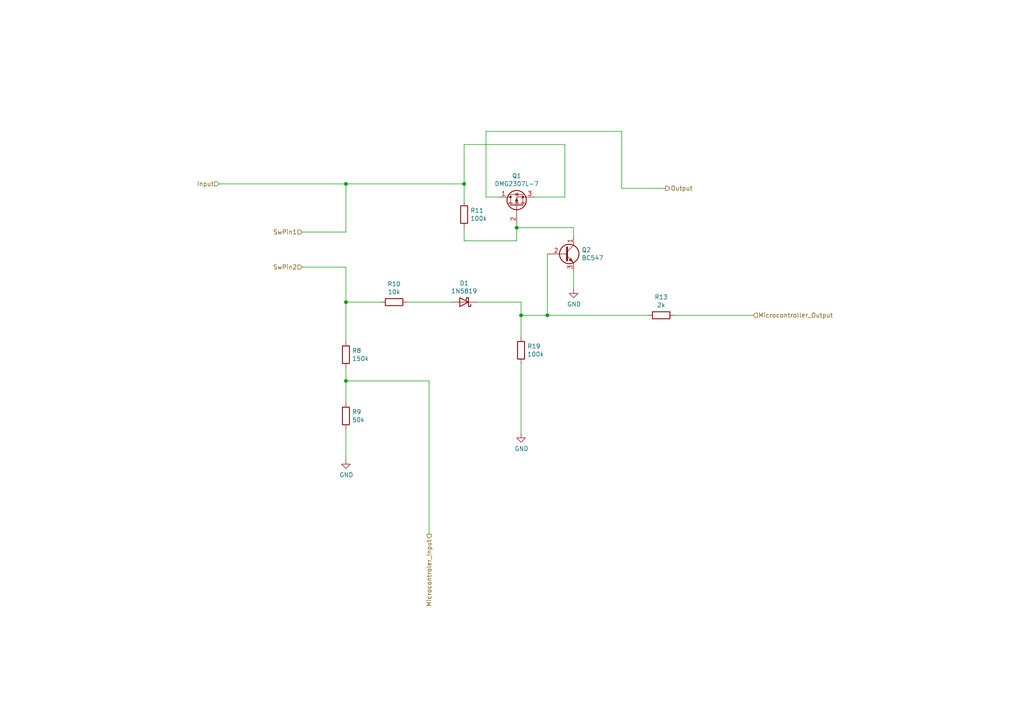
<source format=kicad_sch>
(kicad_sch (version 20210621) (generator eeschema)

  (uuid a464afd2-61da-4c15-9a80-f4a9238fc6d5)

  (paper "A4")

  (title_block
    (title "Hold_switch")
    (date "2021-08-05")
    (rev "v01")
    (comment 3 "Author: Harshit Sagar")
  )

  (lib_symbols
    (symbol "Device:D_Schottky" (pin_numbers hide) (pin_names (offset 1.016) hide) (in_bom yes) (on_board yes)
      (property "Reference" "D" (id 0) (at 0 2.54 0)
        (effects (font (size 1.27 1.27)))
      )
      (property "Value" "D_Schottky" (id 1) (at 0 -2.54 0)
        (effects (font (size 1.27 1.27)))
      )
      (property "Footprint" "" (id 2) (at 0 0 0)
        (effects (font (size 1.27 1.27)) hide)
      )
      (property "Datasheet" "~" (id 3) (at 0 0 0)
        (effects (font (size 1.27 1.27)) hide)
      )
      (property "ki_keywords" "diode Schottky" (id 4) (at 0 0 0)
        (effects (font (size 1.27 1.27)) hide)
      )
      (property "ki_description" "Schottky diode" (id 5) (at 0 0 0)
        (effects (font (size 1.27 1.27)) hide)
      )
      (property "ki_fp_filters" "TO-???* *_Diode_* *SingleDiode* D_*" (id 6) (at 0 0 0)
        (effects (font (size 1.27 1.27)) hide)
      )
      (symbol "D_Schottky_0_1"
        (polyline
          (pts
            (xy 1.27 0)
            (xy -1.27 0)
          )
          (stroke (width 0)) (fill (type none))
        )
        (polyline
          (pts
            (xy 1.27 1.27)
            (xy 1.27 -1.27)
            (xy -1.27 0)
            (xy 1.27 1.27)
          )
          (stroke (width 0.254)) (fill (type none))
        )
        (polyline
          (pts
            (xy -1.905 0.635)
            (xy -1.905 1.27)
            (xy -1.27 1.27)
            (xy -1.27 -1.27)
            (xy -0.635 -1.27)
            (xy -0.635 -0.635)
          )
          (stroke (width 0.254)) (fill (type none))
        )
      )
      (symbol "D_Schottky_1_1"
        (pin passive line (at -3.81 0 0) (length 2.54)
          (name "K" (effects (font (size 1.27 1.27))))
          (number "1" (effects (font (size 1.27 1.27))))
        )
        (pin passive line (at 3.81 0 180) (length 2.54)
          (name "A" (effects (font (size 1.27 1.27))))
          (number "2" (effects (font (size 1.27 1.27))))
        )
      )
    )
    (symbol "Device:Q_PMOS_DGS" (pin_names (offset 0) hide) (in_bom yes) (on_board yes)
      (property "Reference" "Q" (id 0) (at 5.08 1.27 0)
        (effects (font (size 1.27 1.27)) (justify left))
      )
      (property "Value" "Q_PMOS_DGS" (id 1) (at 5.08 -1.27 0)
        (effects (font (size 1.27 1.27)) (justify left))
      )
      (property "Footprint" "" (id 2) (at 5.08 2.54 0)
        (effects (font (size 1.27 1.27)) hide)
      )
      (property "Datasheet" "~" (id 3) (at 0 0 0)
        (effects (font (size 1.27 1.27)) hide)
      )
      (property "ki_keywords" "transistor PMOS P-MOS P-MOSFET" (id 4) (at 0 0 0)
        (effects (font (size 1.27 1.27)) hide)
      )
      (property "ki_description" "P-MOSFET transistor, drain/gate/source" (id 5) (at 0 0 0)
        (effects (font (size 1.27 1.27)) hide)
      )
      (symbol "Q_PMOS_DGS_0_1"
        (circle (center 1.651 0) (radius 2.794) (stroke (width 0.254)) (fill (type none)))
        (circle (center 2.54 -1.778) (radius 0.254) (stroke (width 0)) (fill (type outline)))
        (circle (center 2.54 1.778) (radius 0.254) (stroke (width 0)) (fill (type outline)))
        (polyline
          (pts
            (xy 0.254 0)
            (xy -2.54 0)
          )
          (stroke (width 0)) (fill (type none))
        )
        (polyline
          (pts
            (xy 0.254 1.905)
            (xy 0.254 -1.905)
          )
          (stroke (width 0.254)) (fill (type none))
        )
        (polyline
          (pts
            (xy 0.762 -1.27)
            (xy 0.762 -2.286)
          )
          (stroke (width 0.254)) (fill (type none))
        )
        (polyline
          (pts
            (xy 0.762 0.508)
            (xy 0.762 -0.508)
          )
          (stroke (width 0.254)) (fill (type none))
        )
        (polyline
          (pts
            (xy 0.762 2.286)
            (xy 0.762 1.27)
          )
          (stroke (width 0.254)) (fill (type none))
        )
        (polyline
          (pts
            (xy 2.54 2.54)
            (xy 2.54 1.778)
          )
          (stroke (width 0)) (fill (type none))
        )
        (polyline
          (pts
            (xy 2.54 -2.54)
            (xy 2.54 0)
            (xy 0.762 0)
          )
          (stroke (width 0)) (fill (type none))
        )
        (polyline
          (pts
            (xy 0.762 1.778)
            (xy 3.302 1.778)
            (xy 3.302 -1.778)
            (xy 0.762 -1.778)
          )
          (stroke (width 0)) (fill (type none))
        )
        (polyline
          (pts
            (xy 2.794 -0.508)
            (xy 2.921 -0.381)
            (xy 3.683 -0.381)
            (xy 3.81 -0.254)
          )
          (stroke (width 0)) (fill (type none))
        )
        (polyline
          (pts
            (xy 3.302 -0.381)
            (xy 2.921 0.254)
            (xy 3.683 0.254)
            (xy 3.302 -0.381)
          )
          (stroke (width 0)) (fill (type none))
        )
        (polyline
          (pts
            (xy 2.286 0)
            (xy 1.27 0.381)
            (xy 1.27 -0.381)
            (xy 2.286 0)
          )
          (stroke (width 0)) (fill (type outline))
        )
      )
      (symbol "Q_PMOS_DGS_1_1"
        (pin passive line (at 2.54 5.08 270) (length 2.54)
          (name "D" (effects (font (size 1.27 1.27))))
          (number "1" (effects (font (size 1.27 1.27))))
        )
        (pin input line (at -5.08 0 0) (length 2.54)
          (name "G" (effects (font (size 1.27 1.27))))
          (number "2" (effects (font (size 1.27 1.27))))
        )
        (pin passive line (at 2.54 -5.08 90) (length 2.54)
          (name "S" (effects (font (size 1.27 1.27))))
          (number "3" (effects (font (size 1.27 1.27))))
        )
      )
    )
    (symbol "Device:R" (pin_numbers hide) (pin_names (offset 0)) (in_bom yes) (on_board yes)
      (property "Reference" "R" (id 0) (at 2.032 0 90)
        (effects (font (size 1.27 1.27)))
      )
      (property "Value" "R" (id 1) (at 0 0 90)
        (effects (font (size 1.27 1.27)))
      )
      (property "Footprint" "" (id 2) (at -1.778 0 90)
        (effects (font (size 1.27 1.27)) hide)
      )
      (property "Datasheet" "~" (id 3) (at 0 0 0)
        (effects (font (size 1.27 1.27)) hide)
      )
      (property "ki_keywords" "R res resistor" (id 4) (at 0 0 0)
        (effects (font (size 1.27 1.27)) hide)
      )
      (property "ki_description" "Resistor" (id 5) (at 0 0 0)
        (effects (font (size 1.27 1.27)) hide)
      )
      (property "ki_fp_filters" "R_*" (id 6) (at 0 0 0)
        (effects (font (size 1.27 1.27)) hide)
      )
      (symbol "R_0_1"
        (rectangle (start -1.016 -2.54) (end 1.016 2.54)
          (stroke (width 0.254)) (fill (type none))
        )
      )
      (symbol "R_1_1"
        (pin passive line (at 0 3.81 270) (length 1.27)
          (name "~" (effects (font (size 1.27 1.27))))
          (number "1" (effects (font (size 1.27 1.27))))
        )
        (pin passive line (at 0 -3.81 90) (length 1.27)
          (name "~" (effects (font (size 1.27 1.27))))
          (number "2" (effects (font (size 1.27 1.27))))
        )
      )
    )
    (symbol "Transistor_BJT:BC547" (pin_names (offset 0) hide) (in_bom yes) (on_board yes)
      (property "Reference" "Q" (id 0) (at 5.08 1.905 0)
        (effects (font (size 1.27 1.27)) (justify left))
      )
      (property "Value" "BC547" (id 1) (at 5.08 0 0)
        (effects (font (size 1.27 1.27)) (justify left))
      )
      (property "Footprint" "Package_TO_SOT_THT:TO-92_Inline" (id 2) (at 5.08 -1.905 0)
        (effects (font (size 1.27 1.27) italic) (justify left) hide)
      )
      (property "Datasheet" "https://www.onsemi.com/pub/Collateral/BC550-D.pdf" (id 3) (at 0 0 0)
        (effects (font (size 1.27 1.27)) (justify left) hide)
      )
      (property "ki_keywords" "NPN Transistor" (id 4) (at 0 0 0)
        (effects (font (size 1.27 1.27)) hide)
      )
      (property "ki_description" "0.1A Ic, 45V Vce, Small Signal NPN Transistor, TO-92" (id 5) (at 0 0 0)
        (effects (font (size 1.27 1.27)) hide)
      )
      (property "ki_fp_filters" "TO?92*" (id 6) (at 0 0 0)
        (effects (font (size 1.27 1.27)) hide)
      )
      (symbol "BC547_0_1"
        (circle (center 1.27 0) (radius 2.8194) (stroke (width 0.254)) (fill (type none)))
        (polyline
          (pts
            (xy 0 0)
            (xy 0.635 0)
          )
          (stroke (width 0)) (fill (type none))
        )
        (polyline
          (pts
            (xy 0.635 0.635)
            (xy 2.54 2.54)
          )
          (stroke (width 0)) (fill (type none))
        )
        (polyline
          (pts
            (xy 0.635 -0.635)
            (xy 2.54 -2.54)
            (xy 2.54 -2.54)
          )
          (stroke (width 0)) (fill (type none))
        )
        (polyline
          (pts
            (xy 0.635 1.905)
            (xy 0.635 -1.905)
            (xy 0.635 -1.905)
          )
          (stroke (width 0.508)) (fill (type none))
        )
        (polyline
          (pts
            (xy 1.27 -1.778)
            (xy 1.778 -1.27)
            (xy 2.286 -2.286)
            (xy 1.27 -1.778)
            (xy 1.27 -1.778)
          )
          (stroke (width 0)) (fill (type outline))
        )
      )
      (symbol "BC547_1_1"
        (pin passive line (at 2.54 5.08 270) (length 2.54)
          (name "C" (effects (font (size 1.27 1.27))))
          (number "1" (effects (font (size 1.27 1.27))))
        )
        (pin input line (at -5.08 0 0) (length 5.08)
          (name "B" (effects (font (size 1.27 1.27))))
          (number "2" (effects (font (size 1.27 1.27))))
        )
        (pin passive line (at 2.54 -5.08 90) (length 2.54)
          (name "E" (effects (font (size 1.27 1.27))))
          (number "3" (effects (font (size 1.27 1.27))))
        )
      )
    )
    (symbol "power:GND" (power) (pin_names (offset 0)) (in_bom yes) (on_board yes)
      (property "Reference" "#PWR" (id 0) (at 0 -6.35 0)
        (effects (font (size 1.27 1.27)) hide)
      )
      (property "Value" "GND" (id 1) (at 0 -3.81 0)
        (effects (font (size 1.27 1.27)))
      )
      (property "Footprint" "" (id 2) (at 0 0 0)
        (effects (font (size 1.27 1.27)) hide)
      )
      (property "Datasheet" "" (id 3) (at 0 0 0)
        (effects (font (size 1.27 1.27)) hide)
      )
      (property "ki_keywords" "power-flag" (id 4) (at 0 0 0)
        (effects (font (size 1.27 1.27)) hide)
      )
      (property "ki_description" "Power symbol creates a global label with name \"GND\" , ground" (id 5) (at 0 0 0)
        (effects (font (size 1.27 1.27)) hide)
      )
      (symbol "GND_0_1"
        (polyline
          (pts
            (xy 0 0)
            (xy 0 -1.27)
            (xy 1.27 -1.27)
            (xy 0 -2.54)
            (xy -1.27 -1.27)
            (xy 0 -1.27)
          )
          (stroke (width 0)) (fill (type none))
        )
      )
      (symbol "GND_1_1"
        (pin power_in line (at 0 0 270) (length 0) hide
          (name "GND" (effects (font (size 1.27 1.27))))
          (number "1" (effects (font (size 1.27 1.27))))
        )
      )
    )
  )

  (junction (at 100.33 53.34) (diameter 0.9144) (color 0 0 0 0))
  (junction (at 100.33 87.63) (diameter 0.9144) (color 0 0 0 0))
  (junction (at 100.33 110.49) (diameter 0.9144) (color 0 0 0 0))
  (junction (at 134.62 53.34) (diameter 0.9144) (color 0 0 0 0))
  (junction (at 149.86 66.04) (diameter 0.9144) (color 0 0 0 0))
  (junction (at 151.13 91.44) (diameter 0.9144) (color 0 0 0 0))
  (junction (at 158.75 91.44) (diameter 0.9144) (color 0 0 0 0))

  (wire (pts (xy 63.5 53.34) (xy 100.33 53.34))
    (stroke (width 0) (type solid) (color 0 0 0 0))
    (uuid 2dc0aefc-4411-4615-95ec-321eda84651c)
  )
  (wire (pts (xy 87.63 67.31) (xy 100.33 67.31))
    (stroke (width 0) (type solid) (color 0 0 0 0))
    (uuid 82f9582e-ed5f-4b19-b61c-61829d89f904)
  )
  (wire (pts (xy 87.63 77.47) (xy 100.33 77.47))
    (stroke (width 0) (type solid) (color 0 0 0 0))
    (uuid aab9dcc2-cc3f-4375-9a08-9e511b9f9a57)
  )
  (wire (pts (xy 100.33 67.31) (xy 100.33 53.34))
    (stroke (width 0) (type solid) (color 0 0 0 0))
    (uuid e69e3089-65d1-432d-9e9d-7b3ec88f3f7d)
  )
  (wire (pts (xy 100.33 87.63) (xy 100.33 77.47))
    (stroke (width 0) (type solid) (color 0 0 0 0))
    (uuid 93fb11e9-8fd3-4118-8908-cfa344381783)
  )
  (wire (pts (xy 100.33 87.63) (xy 100.33 99.06))
    (stroke (width 0) (type solid) (color 0 0 0 0))
    (uuid 24dca291-4126-43f2-9698-245ef7edebc0)
  )
  (wire (pts (xy 100.33 106.68) (xy 100.33 110.49))
    (stroke (width 0) (type solid) (color 0 0 0 0))
    (uuid fa130570-2b4c-4cd8-89ad-085fce16ba78)
  )
  (wire (pts (xy 100.33 110.49) (xy 100.33 116.84))
    (stroke (width 0) (type solid) (color 0 0 0 0))
    (uuid fce7c6ca-ac6f-44de-8041-951a664ff5b2)
  )
  (wire (pts (xy 100.33 110.49) (xy 124.46 110.49))
    (stroke (width 0) (type solid) (color 0 0 0 0))
    (uuid 55319818-fad8-4895-92eb-13ac64e23e98)
  )
  (wire (pts (xy 100.33 124.46) (xy 100.33 133.35))
    (stroke (width 0) (type solid) (color 0 0 0 0))
    (uuid 1d570516-61cc-488a-8542-4a85708e267c)
  )
  (wire (pts (xy 110.49 87.63) (xy 100.33 87.63))
    (stroke (width 0) (type solid) (color 0 0 0 0))
    (uuid 2e2e1c9f-d446-4a62-8f1c-1ee17b2adbca)
  )
  (wire (pts (xy 118.11 87.63) (xy 130.81 87.63))
    (stroke (width 0) (type solid) (color 0 0 0 0))
    (uuid c3ebf4fe-3fa2-4a82-8eb4-a496ffb97545)
  )
  (wire (pts (xy 124.46 110.49) (xy 124.46 154.94))
    (stroke (width 0) (type solid) (color 0 0 0 0))
    (uuid 3fa8dab0-3928-4f39-a6f4-3c8a614cf62f)
  )
  (wire (pts (xy 134.62 41.91) (xy 163.83 41.91))
    (stroke (width 0) (type solid) (color 0 0 0 0))
    (uuid 0a2b1aab-c900-4648-afa0-608261ff2709)
  )
  (wire (pts (xy 134.62 53.34) (xy 100.33 53.34))
    (stroke (width 0) (type solid) (color 0 0 0 0))
    (uuid 05be344c-fcc0-4764-8535-533a9c0572e6)
  )
  (wire (pts (xy 134.62 53.34) (xy 134.62 41.91))
    (stroke (width 0) (type solid) (color 0 0 0 0))
    (uuid 1004997f-4c29-4cfc-a873-b9f095128e97)
  )
  (wire (pts (xy 134.62 58.42) (xy 134.62 53.34))
    (stroke (width 0) (type solid) (color 0 0 0 0))
    (uuid 98ae6360-aea6-4d01-b799-f0254c26a0bb)
  )
  (wire (pts (xy 134.62 66.04) (xy 134.62 69.85))
    (stroke (width 0) (type solid) (color 0 0 0 0))
    (uuid 41b93cef-613e-4147-8c95-0daa817985fe)
  )
  (wire (pts (xy 134.62 69.85) (xy 149.86 69.85))
    (stroke (width 0) (type solid) (color 0 0 0 0))
    (uuid 2b320c09-b95a-4291-a48a-7dc98a9eb997)
  )
  (wire (pts (xy 138.43 87.63) (xy 151.13 87.63))
    (stroke (width 0) (type solid) (color 0 0 0 0))
    (uuid 2c77f418-5352-404b-a30f-1b0592075bcb)
  )
  (wire (pts (xy 140.97 38.1) (xy 180.34 38.1))
    (stroke (width 0) (type solid) (color 0 0 0 0))
    (uuid d6cfecf7-da3c-43b1-bb22-172bc75fdde0)
  )
  (wire (pts (xy 140.97 57.15) (xy 140.97 38.1))
    (stroke (width 0) (type solid) (color 0 0 0 0))
    (uuid 0b99ab6a-30de-4bd0-9db3-0e62eb26978a)
  )
  (wire (pts (xy 144.78 57.15) (xy 140.97 57.15))
    (stroke (width 0) (type solid) (color 0 0 0 0))
    (uuid 241a7bef-9461-4e09-a756-4b908f1221ef)
  )
  (wire (pts (xy 149.86 64.77) (xy 149.86 66.04))
    (stroke (width 0) (type solid) (color 0 0 0 0))
    (uuid a0e8d6b5-ddfb-4f5f-989a-32d48f55747c)
  )
  (wire (pts (xy 149.86 66.04) (xy 166.37 66.04))
    (stroke (width 0) (type solid) (color 0 0 0 0))
    (uuid f50f73c7-7787-4647-b575-7dd8512cea2e)
  )
  (wire (pts (xy 149.86 69.85) (xy 149.86 66.04))
    (stroke (width 0) (type solid) (color 0 0 0 0))
    (uuid 9883e4cd-4ba0-43b6-a2ce-a30c6ae5686b)
  )
  (wire (pts (xy 151.13 87.63) (xy 151.13 91.44))
    (stroke (width 0) (type solid) (color 0 0 0 0))
    (uuid ff67e012-65ce-4e10-ad95-c7a02070a23a)
  )
  (wire (pts (xy 151.13 91.44) (xy 151.13 97.79))
    (stroke (width 0) (type solid) (color 0 0 0 0))
    (uuid 81f699a0-56de-42da-9131-79c37e70db62)
  )
  (wire (pts (xy 151.13 105.41) (xy 151.13 125.73))
    (stroke (width 0) (type solid) (color 0 0 0 0))
    (uuid ac817501-f2be-4ae1-a5c6-4c83e8a7be78)
  )
  (wire (pts (xy 158.75 73.66) (xy 158.75 91.44))
    (stroke (width 0) (type solid) (color 0 0 0 0))
    (uuid cbb91b08-7192-460b-bc3c-5b6a4a783dab)
  )
  (wire (pts (xy 158.75 91.44) (xy 151.13 91.44))
    (stroke (width 0) (type solid) (color 0 0 0 0))
    (uuid ccb8ee3d-bead-455e-8af7-5d1b0bc277a5)
  )
  (wire (pts (xy 163.83 41.91) (xy 163.83 57.15))
    (stroke (width 0) (type solid) (color 0 0 0 0))
    (uuid 8558da74-9b0e-484f-94f9-ee1b8966561b)
  )
  (wire (pts (xy 163.83 57.15) (xy 154.94 57.15))
    (stroke (width 0) (type solid) (color 0 0 0 0))
    (uuid 0ef32014-dcb2-4386-b8b2-3ba636c835af)
  )
  (wire (pts (xy 166.37 66.04) (xy 166.37 68.58))
    (stroke (width 0) (type solid) (color 0 0 0 0))
    (uuid a05383a0-7dd2-4fbb-a2f1-46ba8fb13015)
  )
  (wire (pts (xy 166.37 78.74) (xy 166.37 83.82))
    (stroke (width 0) (type solid) (color 0 0 0 0))
    (uuid 84f1221d-36e2-4b93-a857-0087d9a1c4e4)
  )
  (wire (pts (xy 180.34 38.1) (xy 180.34 54.61))
    (stroke (width 0) (type solid) (color 0 0 0 0))
    (uuid a01e44e8-6e99-424c-8e03-a8b57e23c8ec)
  )
  (wire (pts (xy 180.34 54.61) (xy 193.04 54.61))
    (stroke (width 0) (type solid) (color 0 0 0 0))
    (uuid 23da45b4-034f-46fe-bf5c-a63d7a629909)
  )
  (wire (pts (xy 187.96 91.44) (xy 158.75 91.44))
    (stroke (width 0) (type solid) (color 0 0 0 0))
    (uuid 0e894f51-ccaa-4a51-aa57-ad3ff8d892d2)
  )
  (wire (pts (xy 195.58 91.44) (xy 218.44 91.44))
    (stroke (width 0) (type solid) (color 0 0 0 0))
    (uuid b0f8f8fd-3840-4f63-98dc-540672799c55)
  )

  (hierarchical_label "Input" (shape input) (at 63.5 53.34 180)
    (effects (font (size 1.27 1.27)) (justify right))
    (uuid fb60fb5b-9a66-454c-b2bd-901747a3a7f7)
  )
  (hierarchical_label "SwPin1" (shape input) (at 87.63 67.31 180)
    (effects (font (size 1.27 1.27)) (justify right))
    (uuid 45a796c6-8bfb-41a0-874c-73cdd64bb290)
  )
  (hierarchical_label "SwPin2" (shape input) (at 87.63 77.47 180)
    (effects (font (size 1.27 1.27)) (justify right))
    (uuid bd0bacca-f7c4-4bce-9d7b-35a44b2bca99)
  )
  (hierarchical_label "Microcontroler_Input" (shape output) (at 124.46 154.94 270)
    (effects (font (size 1.27 1.27)) (justify right))
    (uuid bff4d29e-5995-428b-bec7-0f6cdb8cf411)
  )
  (hierarchical_label "Output" (shape output) (at 193.04 54.61 0)
    (effects (font (size 1.27 1.27)) (justify left))
    (uuid e0be507a-6b7c-44e1-b727-b3194ca87b85)
  )
  (hierarchical_label "Microcontroller_Output" (shape input) (at 218.44 91.44 0)
    (effects (font (size 1.27 1.27)) (justify left))
    (uuid ca56947b-dcb4-4228-b2ea-3b5bcebf5153)
  )

  (symbol (lib_id "power:GND") (at 100.33 133.35 0) (unit 1)
    (in_bom yes) (on_board yes)
    (uuid 00000000-0000-0000-0000-0000610c3c60)
    (property "Reference" "#PWR015" (id 0) (at 100.33 139.7 0)
      (effects (font (size 1.27 1.27)) hide)
    )
    (property "Value" "GND" (id 1) (at 100.457 137.7442 0))
    (property "Footprint" "" (id 2) (at 100.33 133.35 0)
      (effects (font (size 1.27 1.27)) hide)
    )
    (property "Datasheet" "" (id 3) (at 100.33 133.35 0)
      (effects (font (size 1.27 1.27)) hide)
    )
    (pin "1" (uuid 8589a5ff-aa42-45dd-a4aa-4acfc89686be))
  )

  (symbol (lib_id "power:GND") (at 151.13 125.73 0) (unit 1)
    (in_bom yes) (on_board yes)
    (uuid 00000000-0000-0000-0000-0000610c41cd)
    (property "Reference" "#PWR016" (id 0) (at 151.13 132.08 0)
      (effects (font (size 1.27 1.27)) hide)
    )
    (property "Value" "GND" (id 1) (at 151.257 130.1242 0))
    (property "Footprint" "" (id 2) (at 151.13 125.73 0)
      (effects (font (size 1.27 1.27)) hide)
    )
    (property "Datasheet" "" (id 3) (at 151.13 125.73 0)
      (effects (font (size 1.27 1.27)) hide)
    )
    (pin "1" (uuid a69c2815-c2e3-4124-bfc1-f2ffcc0b7bf1))
  )

  (symbol (lib_id "power:GND") (at 166.37 83.82 0) (unit 1)
    (in_bom yes) (on_board yes)
    (uuid 00000000-0000-0000-0000-0000610c7028)
    (property "Reference" "#PWR017" (id 0) (at 166.37 90.17 0)
      (effects (font (size 1.27 1.27)) hide)
    )
    (property "Value" "GND" (id 1) (at 166.497 88.2142 0))
    (property "Footprint" "" (id 2) (at 166.37 83.82 0)
      (effects (font (size 1.27 1.27)) hide)
    )
    (property "Datasheet" "" (id 3) (at 166.37 83.82 0)
      (effects (font (size 1.27 1.27)) hide)
    )
    (pin "1" (uuid f97ad60d-31e9-4797-b37a-f93afaa90367))
  )

  (symbol (lib_id "Device:R") (at 100.33 102.87 180) (unit 1)
    (in_bom yes) (on_board yes)
    (uuid 00000000-0000-0000-0000-0000610b2083)
    (property "Reference" "R8" (id 0) (at 102.108 101.7016 0)
      (effects (font (size 1.27 1.27)) (justify right))
    )
    (property "Value" "150k" (id 1) (at 102.108 104.013 0)
      (effects (font (size 1.27 1.27)) (justify right))
    )
    (property "Footprint" "Resistor_SMD:R_0805_2012Metric" (id 2) (at 102.108 102.87 90)
      (effects (font (size 1.27 1.27)) hide)
    )
    (property "Datasheet" "~" (id 3) (at 100.33 102.87 0)
      (effects (font (size 1.27 1.27)) hide)
    )
    (pin "1" (uuid c837a04d-978e-4f04-b0d4-a295cf430602))
    (pin "2" (uuid bf8e258c-07ea-447b-a20d-9ca787170dcb))
  )

  (symbol (lib_id "Device:R") (at 100.33 120.65 180) (unit 1)
    (in_bom yes) (on_board yes)
    (uuid 00000000-0000-0000-0000-0000610b2a00)
    (property "Reference" "R9" (id 0) (at 102.108 119.4816 0)
      (effects (font (size 1.27 1.27)) (justify right))
    )
    (property "Value" "50k" (id 1) (at 102.108 121.793 0)
      (effects (font (size 1.27 1.27)) (justify right))
    )
    (property "Footprint" "Resistor_SMD:R_0805_2012Metric" (id 2) (at 102.108 120.65 90)
      (effects (font (size 1.27 1.27)) hide)
    )
    (property "Datasheet" "~" (id 3) (at 100.33 120.65 0)
      (effects (font (size 1.27 1.27)) hide)
    )
    (pin "1" (uuid f15368f0-f0d7-4853-bb2d-e7cea3b41877))
    (pin "2" (uuid ebb21f30-6fbf-4a26-a9f5-f8e720af9c73))
  )

  (symbol (lib_id "Device:R") (at 114.3 87.63 270) (unit 1)
    (in_bom yes) (on_board yes)
    (uuid 00000000-0000-0000-0000-0000610b0f20)
    (property "Reference" "R10" (id 0) (at 114.3 82.3722 90))
    (property "Value" "10k" (id 1) (at 114.3 84.6836 90))
    (property "Footprint" "Resistor_SMD:R_0805_2012Metric" (id 2) (at 114.3 85.852 90)
      (effects (font (size 1.27 1.27)) hide)
    )
    (property "Datasheet" "~" (id 3) (at 114.3 87.63 0)
      (effects (font (size 1.27 1.27)) hide)
    )
    (pin "1" (uuid 0845295e-3784-449f-9d7e-c09262878f04))
    (pin "2" (uuid 4738f7a7-e9e6-48b8-af8f-5a06bd4b61d3))
  )

  (symbol (lib_id "Device:R") (at 134.62 62.23 180) (unit 1)
    (in_bom yes) (on_board yes)
    (uuid 00000000-0000-0000-0000-0000610b4d59)
    (property "Reference" "R11" (id 0) (at 136.398 61.0616 0)
      (effects (font (size 1.27 1.27)) (justify right))
    )
    (property "Value" "100k" (id 1) (at 136.398 63.373 0)
      (effects (font (size 1.27 1.27)) (justify right))
    )
    (property "Footprint" "Resistor_SMD:R_0805_2012Metric" (id 2) (at 136.398 62.23 90)
      (effects (font (size 1.27 1.27)) hide)
    )
    (property "Datasheet" "~" (id 3) (at 134.62 62.23 0)
      (effects (font (size 1.27 1.27)) hide)
    )
    (pin "1" (uuid adae8969-a64e-4456-8435-ef77447716ae))
    (pin "2" (uuid d6bb0f90-0768-4045-b69a-2c4c8265ff41))
  )

  (symbol (lib_id "Device:R") (at 151.13 101.6 180) (unit 1)
    (in_bom yes) (on_board yes)
    (uuid 00000000-0000-0000-0000-0000610b2c6b)
    (property "Reference" "R19" (id 0) (at 152.908 100.4316 0)
      (effects (font (size 1.27 1.27)) (justify right))
    )
    (property "Value" "100k" (id 1) (at 152.908 102.743 0)
      (effects (font (size 1.27 1.27)) (justify right))
    )
    (property "Footprint" "Resistor_SMD:R_0805_2012Metric" (id 2) (at 152.908 101.6 90)
      (effects (font (size 1.27 1.27)) hide)
    )
    (property "Datasheet" "~" (id 3) (at 151.13 101.6 0)
      (effects (font (size 1.27 1.27)) hide)
    )
    (pin "1" (uuid cee5f6a0-df5d-4e47-ab83-1eb7dde4e1b2))
    (pin "2" (uuid 8c76d526-a319-4a94-8674-6b323910eb8e))
  )

  (symbol (lib_id "Device:R") (at 191.77 91.44 270) (unit 1)
    (in_bom yes) (on_board yes)
    (uuid 00000000-0000-0000-0000-0000610b47d1)
    (property "Reference" "R13" (id 0) (at 191.77 86.1822 90))
    (property "Value" "2k" (id 1) (at 191.77 88.4936 90))
    (property "Footprint" "Resistor_SMD:R_0805_2012Metric" (id 2) (at 191.77 89.662 90)
      (effects (font (size 1.27 1.27)) hide)
    )
    (property "Datasheet" "~" (id 3) (at 191.77 91.44 0)
      (effects (font (size 1.27 1.27)) hide)
    )
    (pin "1" (uuid 0fd213c0-dd8f-473e-b793-e4035ecc2916))
    (pin "2" (uuid 0c56d25b-5c3e-4e70-902c-e7040dedc894))
  )

  (symbol (lib_id "Device:D_Schottky") (at 134.62 87.63 180) (unit 1)
    (in_bom yes) (on_board yes)
    (uuid 00000000-0000-0000-0000-0000610b9672)
    (property "Reference" "D1" (id 0) (at 134.62 82.1182 0))
    (property "Value" "1N5819" (id 1) (at 134.62 84.4296 0))
    (property "Footprint" "Diode_SMD:D_SOD-123" (id 2) (at 134.62 87.63 0)
      (effects (font (size 1.27 1.27)) hide)
    )
    (property "Datasheet" "https://www.mouser.in/datasheet/2/115/ds30217-1532212.pdf" (id 3) (at 134.62 87.63 0)
      (effects (font (size 1.27 1.27)) hide)
    )
    (property "MPN" "1N5819HW-7-F" (id 4) (at 134.62 87.63 0)
      (effects (font (size 1.27 1.27)) hide)
    )
    (property "Description " "Schottky Diodes & Rectifiers Vr/40V Io/1A T/R" (id 5) (at 134.62 87.63 0)
      (effects (font (size 1.27 1.27)) hide)
    )
    (pin "1" (uuid ef7c3591-0aa2-4924-b5f4-d3baf29b05b8))
    (pin "2" (uuid 61dab47b-0951-40c4-bbcb-a34aba12b63e))
  )

  (symbol (lib_id "Transistor_BJT:BC547") (at 163.83 73.66 0) (unit 1)
    (in_bom yes) (on_board yes)
    (uuid 00000000-0000-0000-0000-000061147733)
    (property "Reference" "Q2" (id 0) (at 168.6814 72.4916 0)
      (effects (font (size 1.27 1.27)) (justify left))
    )
    (property "Value" "BC547" (id 1) (at 168.6814 74.803 0)
      (effects (font (size 1.27 1.27)) (justify left))
    )
    (property "Footprint" "Package_TO_SOT_THT:TO-92_Inline" (id 2) (at 168.91 75.565 0)
      (effects (font (size 1.27 1.27) italic) (justify left) hide)
    )
    (property "Datasheet" "https://www.onsemi.com/pub/Collateral/BC550-D.pdf" (id 3) (at 163.83 73.66 0)
      (effects (font (size 1.27 1.27)) (justify left) hide)
    )
    (property "MPN" "BC547B" (id 4) (at 163.83 73.66 0)
      (effects (font (size 1.27 1.27)) hide)
    )
    (property "Description " "Bipolar Transistors - BJT NPN 45V 100mA HFE/45" (id 5) (at 163.83 73.66 0)
      (effects (font (size 1.27 1.27)) hide)
    )
    (pin "1" (uuid ce26c133-898d-4089-8149-ffe6723a9cc4))
    (pin "2" (uuid 4e1d9940-8644-4cab-9987-5d30f946dc80))
    (pin "3" (uuid 62144d3a-8215-46fa-8ebd-d45d36d1bccb))
  )

  (symbol (lib_id "Device:Q_PMOS_DGS") (at 149.86 59.69 90) (unit 1)
    (in_bom yes) (on_board yes)
    (uuid 00000000-0000-0000-0000-0000610b84c8)
    (property "Reference" "Q1" (id 0) (at 149.86 51.0032 90))
    (property "Value" "DMG2307L-7" (id 1) (at 149.86 53.3146 90))
    (property "Footprint" "5V_DC-DC_Converter:SOT-23" (id 2) (at 147.32 54.61 0)
      (effects (font (size 1.27 1.27)) hide)
    )
    (property "Datasheet" "https://www.mouser.in/datasheet/2/115/DMG2307L-1101173.pdf" (id 3) (at 149.86 59.69 0)
      (effects (font (size 1.27 1.27)) hide)
    )
    (property "MPN" "DMG2307L-7" (id 4) (at 149.86 59.69 90)
      (effects (font (size 1.27 1.27)) hide)
    )
    (property "Description" "MOSFET MOSFET BVDSS: 25V-30 25V-30V,SOT23,3K" (id 5) (at 149.86 59.69 90)
      (effects (font (size 1.27 1.27)) hide)
    )
    (pin "1" (uuid 42102b0d-bbc0-4032-99a4-d0bff7d611ca))
    (pin "2" (uuid c47c6731-a4dd-4549-8baf-26416a0c41ae))
    (pin "3" (uuid f91b93c8-16f7-421b-ae78-7317b05262f0))
  )
)

</source>
